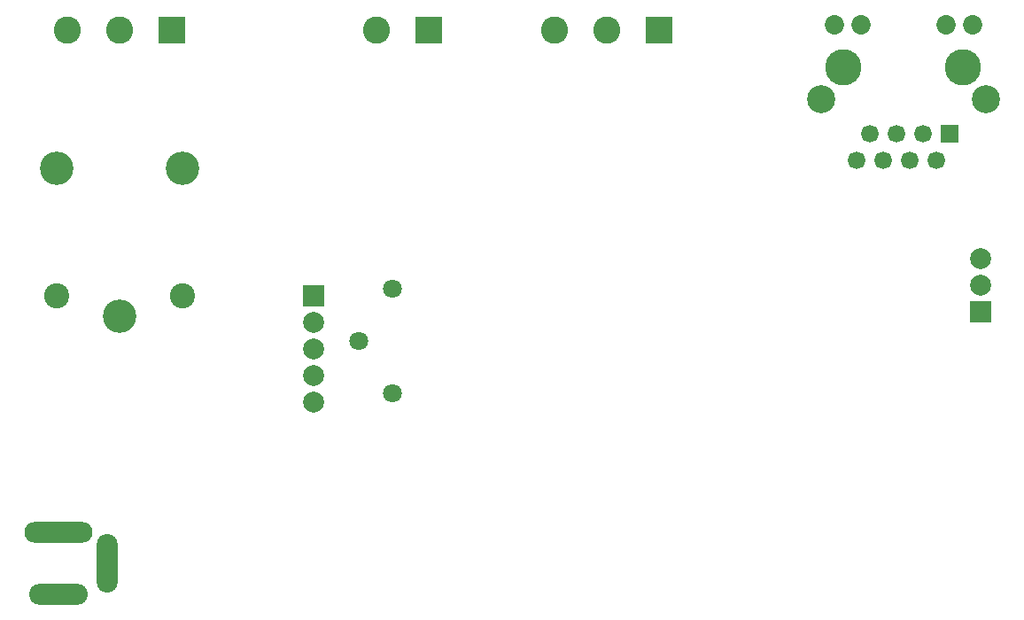
<source format=gbs>
G04*
G04 #@! TF.GenerationSoftware,Altium Limited,Altium Designer,22.11.1 (43)*
G04*
G04 Layer_Color=16711935*
%FSLAX26Y26*%
%MOIN*%
G70*
G04*
G04 #@! TF.SameCoordinates,FE5708A9-2E2A-4F9C-B417-3F3F3253DDB8*
G04*
G04*
G04 #@! TF.FilePolarity,Negative*
G04*
G01*
G75*
%ADD74O,0.256031X0.078866*%
%ADD75O,0.220598X0.078866*%
%ADD76O,0.078866X0.220598*%
%ADD77C,0.105441*%
%ADD78C,0.072961*%
%ADD79C,0.066189*%
%ADD80R,0.066189X0.066189*%
%ADD81C,0.136346*%
%ADD82C,0.070992*%
%ADD83R,0.102488X0.102488*%
%ADD84C,0.102488*%
%ADD85C,0.094614*%
%ADD86C,0.094614*%
%ADD87C,0.126110*%
%ADD88R,0.078866X0.078866*%
%ADD89C,0.078866*%
G54D74*
X240000Y310000D02*
D03*
G54D75*
Y73779D02*
D03*
G54D76*
X425039Y191890D02*
D03*
G54D77*
X3110000Y1940000D02*
D03*
X3730079D02*
D03*
G54D78*
X3159016Y2219921D02*
D03*
X3259016D02*
D03*
X3581063D02*
D03*
X3681063D02*
D03*
G54D79*
X3245039Y1710079D02*
D03*
X3295039Y1810079D02*
D03*
X3345039Y1710079D02*
D03*
X3395039Y1810079D02*
D03*
X3445039Y1710079D02*
D03*
X3495039Y1810079D02*
D03*
X3545039Y1710079D02*
D03*
G54D80*
X3595039Y1810079D02*
D03*
G54D81*
X3195039Y2060079D02*
D03*
X3645039D02*
D03*
G54D82*
X1370000Y1030000D02*
D03*
X1495984Y833150D02*
D03*
Y1226850D02*
D03*
G54D83*
X1633858Y2200000D02*
D03*
X2500000D02*
D03*
X666850D02*
D03*
G54D84*
X1437008D02*
D03*
X2106299D02*
D03*
X2303150D02*
D03*
X470000D02*
D03*
X273150D02*
D03*
G54D85*
X233779Y1199213D02*
D03*
G54D86*
X706221D02*
D03*
G54D87*
X233779Y1679527D02*
D03*
X706221D02*
D03*
X469999Y1120473D02*
D03*
G54D88*
X3710000Y1140000D02*
D03*
X1200000Y1200000D02*
D03*
G54D89*
X3710000Y1340000D02*
D03*
Y1240000D02*
D03*
X1200000Y800000D02*
D03*
Y900000D02*
D03*
Y1000000D02*
D03*
Y1100000D02*
D03*
M02*

</source>
